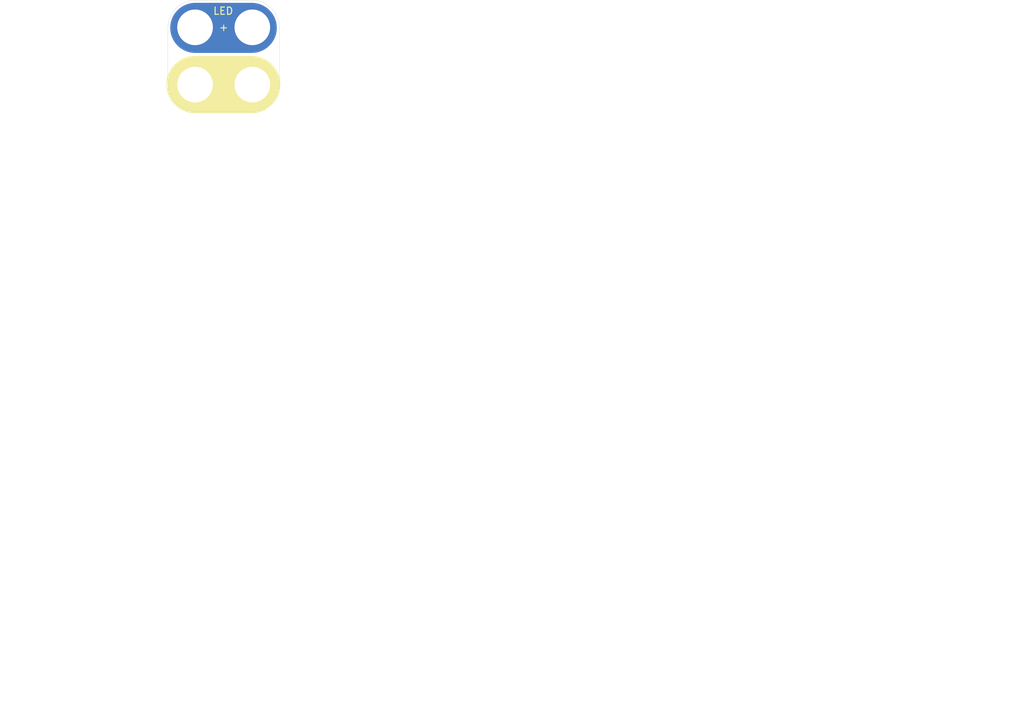
<source format=kicad_pcb>
(kicad_pcb (version 4) (host pcbnew 4.0.5-e0-6337~49~ubuntu16.04.1)

  (general
    (links 2)
    (no_connects 2)
    (area -0.2032 22.596679 142.641559 124.0282)
    (thickness 1.6)
    (drawings 2)
    (tracks 0)
    (zones 0)
    (modules 1)
    (nets 3)
  )

  (page USLetter)
  (title_block
    (title "2x2 SMT LED")
    (date "19 Dec 2016")
    (rev v1.2)
    (company "All rights reserved.")
    (comment 1 help@browndoggadgets.com)
    (comment 2 http://browndoggadgets.com/)
    (comment 3 "Brown Dog Gadgets")
  )

  (layers
    (0 F.Cu signal)
    (31 B.Cu signal)
    (34 B.Paste user)
    (35 F.Paste user)
    (36 B.SilkS user)
    (37 F.SilkS user)
    (38 B.Mask user)
    (39 F.Mask user)
    (40 Dwgs.User user)
    (44 Edge.Cuts user)
    (46 B.CrtYd user)
    (47 F.CrtYd user)
    (48 B.Fab user)
    (49 F.Fab user)
  )

  (setup
    (last_trace_width 0.254)
    (user_trace_width 0.1524)
    (user_trace_width 0.254)
    (user_trace_width 0.3302)
    (user_trace_width 0.508)
    (user_trace_width 0.762)
    (user_trace_width 1.27)
    (trace_clearance 0.254)
    (zone_clearance 0.508)
    (zone_45_only no)
    (trace_min 0.1524)
    (segment_width 0.1524)
    (edge_width 0.1524)
    (via_size 0.6858)
    (via_drill 0.3302)
    (via_min_size 0.6858)
    (via_min_drill 0.3302)
    (user_via 0.6858 0.3302)
    (user_via 0.762 0.4064)
    (user_via 0.8636 0.508)
    (uvia_size 0.6858)
    (uvia_drill 0.3302)
    (uvias_allowed no)
    (uvia_min_size 0)
    (uvia_min_drill 0)
    (pcb_text_width 0.1524)
    (pcb_text_size 1.016 1.016)
    (mod_edge_width 0.1524)
    (mod_text_size 1.016 1.016)
    (mod_text_width 0.1524)
    (pad_size 1.524 1.524)
    (pad_drill 0.762)
    (pad_to_mask_clearance 0.0762)
    (solder_mask_min_width 0.1016)
    (pad_to_paste_clearance -0.0762)
    (aux_axis_origin 0 0)
    (visible_elements FFFEDF7D)
    (pcbplotparams
      (layerselection 0x310fc_80000001)
      (usegerberextensions true)
      (excludeedgelayer true)
      (linewidth 0.100000)
      (plotframeref false)
      (viasonmask false)
      (mode 1)
      (useauxorigin false)
      (hpglpennumber 1)
      (hpglpenspeed 20)
      (hpglpendiameter 15)
      (hpglpenoverlay 2)
      (psnegative false)
      (psa4output false)
      (plotreference true)
      (plotvalue true)
      (plotinvisibletext false)
      (padsonsilk false)
      (subtractmaskfromsilk false)
      (outputformat 1)
      (mirror false)
      (drillshape 0)
      (scaleselection 1)
      (outputdirectory gerbers))
  )

  (net 0 "")
  (net 1 GND)
  (net 2 VCC)

  (net_class Default "This is the default net class."
    (clearance 0.254)
    (trace_width 0.254)
    (via_dia 0.6858)
    (via_drill 0.3302)
    (uvia_dia 0.6858)
    (uvia_drill 0.3302)
    (add_net GND)
    (add_net VCC)
  )

  (module Crazy_Circuits:LED-SMT-1206-2x2-UNLIMIT (layer F.Cu) (tedit 5929C137) (tstamp 587FD549)
    (at 27.052 34.671)
    (descr "1206 surface mount centered 2x2")
    (path /58584C75)
    (fp_text reference LED1 (at 4.064 -3.937 90) (layer F.Fab)
      (effects (font (size 1 1) (thickness 0.15)))
    )
    (fp_text value "RED 2V" (at 4 -4) (layer F.Fab) hide
      (effects (font (size 1 1) (thickness 0.15)))
    )
    (fp_text user + (at 4 -8) (layer F.Fab)
      (effects (font (size 1 1) (thickness 0.15)))
    )
    (fp_line (start 3 -1) (end 3 -7) (layer F.Fab) (width 0.04064))
    (fp_line (start 5 -1) (end 3 -1) (layer F.Fab) (width 0.04064))
    (fp_line (start 5 -7) (end 5 -1) (layer F.Fab) (width 0.04064))
    (fp_line (start 3 -7) (end 5 -7) (layer F.Fab) (width 0.04064))
    (fp_text user + (at 4 -8) (layer F.SilkS)
      (effects (font (size 1 1) (thickness 0.15)))
    )
    (fp_line (start 0 0) (end 7.9 0) (layer B.Mask) (width 7))
    (fp_line (start 0 0) (end 7.9 0) (layer B.Cu) (width 7))
    (fp_line (start 0.025 -7.925) (end 7.925 -7.925) (layer B.Mask) (width 7))
    (fp_line (start 0.025 -7.925) (end 7.925 -7.925) (layer B.Cu) (width 7))
    (fp_line (start 7.9 -11.8) (end 0.1 -11.8) (layer Edge.Cuts) (width 0.04064))
    (fp_line (start 7.9 3.8) (end 0.1 3.8) (layer Edge.Cuts) (width 0.04064))
    (fp_line (start 11.8 -0.1) (end 11.8 -7.9) (layer Edge.Cuts) (width 0.04064))
    (fp_line (start -3.8 -0.1) (end -3.8 -7.9) (layer Edge.Cuts) (width 0.04064))
    (fp_arc (start 7.9 -7.9) (end 7.9 -11.8) (angle 90) (layer Edge.Cuts) (width 0.04064))
    (fp_arc (start 7.9 -0.1) (end 11.8 -0.1) (angle 90) (layer Edge.Cuts) (width 0.04064))
    (fp_arc (start 0.1 -0.1) (end 0.1 3.8) (angle 90) (layer Edge.Cuts) (width 0.04064))
    (fp_arc (start 0.1 -7.9) (end -3.8 -7.9) (angle 90) (layer Edge.Cuts) (width 0.04064))
    (fp_line (start 7.9 -11.8) (end 0.1 -11.8) (layer F.Fab) (width 0.04064))
    (fp_line (start 7.9 3.8) (end 0.1 3.8) (layer F.Fab) (width 0.04064))
    (fp_line (start 11.8 -0.1) (end 11.8 -7.9) (layer F.Fab) (width 0.04064))
    (fp_line (start -3.8 -0.1) (end -3.8 -7.9) (layer F.Fab) (width 0.04064))
    (fp_arc (start 7.9 -7.9) (end 7.9 -11.8) (angle 90) (layer F.Fab) (width 0.04064))
    (fp_arc (start 7.9 -0.1) (end 11.8 -0.1) (angle 90) (layer F.Fab) (width 0.04064))
    (fp_arc (start 0.1 -0.1) (end 0.1 3.8) (angle 90) (layer F.Fab) (width 0.04064))
    (fp_arc (start 0.1 -7.9) (end -3.8 -7.9) (angle 90) (layer F.Fab) (width 0.04064))
    (fp_text user - (at 4 0) (layer F.Fab)
      (effects (font (size 1 1) (thickness 0.15)))
    )
    (fp_line (start 0 0) (end 7.9 0) (layer F.SilkS) (width 8))
    (pad 1 smd rect (at 4 -5.71) (size 1.346 1.5) (layers F.Cu F.Paste F.Mask)
      (solder_mask_margin 0.0254))
    (pad - thru_hole circle (at 0 0) (size 6 6) (drill 4.98) (layers *.Cu *.Mask)
      (net 1 GND))
    (pad + thru_hole circle (at 0 -8) (size 6 6) (drill 4.98) (layers *.Cu *.Mask)
      (net 2 VCC))
    (pad + thru_hole circle (at 8 -8) (size 6 6) (drill 4.98) (layers *.Cu *.Mask)
      (net 2 VCC))
    (pad - thru_hole circle (at 8 0) (size 6 6) (drill 4.98) (layers *.Cu *.Mask)
      (net 1 GND))
    (pad 2 smd rect (at 4 -2.29) (size 1.346 1.5) (layers F.Cu F.Paste F.Mask)
      (solder_mask_margin 0.0254))
  )

  (gr_text "FABRICATION NOTES\n\n1. THIS IS A 2 LAYER BOARD. \n2. EXTERNAL LAYERS SHALL HAVE 1 OZ COPPER.\n3. MATERIAL: FR4 AND 0.062 INCH +/- 10% THICK.\n4. BOARDS SHALL BE ROHS COMPLIANT. \n5. MANUFACTURE IN ACCORDANCE WITH IPC-6012 CLASS 2\n6. MASK: BOTH SIDES OF THE BOARD SHALL HAVE \n   SOLDER MASK (BLACK) OVER BARE COPPER. \n7. SILK: BOTH SIDES OF THE BOARD SHALL HAVE WHITE SILK. \n   DO NOT PLACE SILK OVER BARE COPPER.\n8. FINISH: ENIG.\n9. MINIMUM TRACE WIDTH - 0.006 INCH.\n   MINIMUM SPACE - 0.006 INCH.\n   MINIMUM HOLE DIA - 0.013 INCH. \n10. MAX HOLE PLACEMENT TOLERANCE OF +/- 0.003 INCH.\n11. MAX HOLE DIAMETER TOLERANCE OF +/- 0.003 INCH AFTER PLATING." (at -0.2032 89.3572) (layer Dwgs.User)
    (effects (font (size 2.54 2.54) (thickness 0.254)) (justify left))
  )
  (gr_text LED (at 30.988 24.384) (layer F.SilkS)
    (effects (font (size 1.016 1.016) (thickness 0.1524)))
  )

)

</source>
